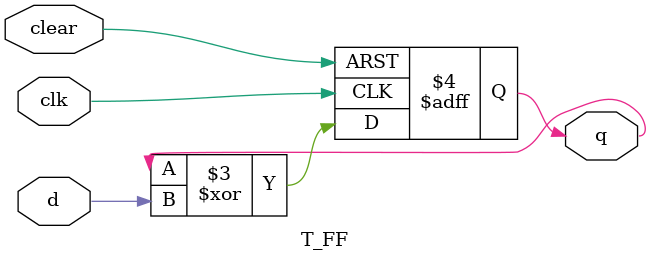
<source format=v>
module part3(SW,KEY,HEX0,HEX1);
	input [0:0]KEY;
	input [1:0]SW;
	output [6:0]HEX0,HEX1;
	wire [7:0]Q;
	T_FF t0(SW[0],KEY[0],SW[1],Q[0]);
	T_FF t1(SW[0],KEY[0],SW[1]&Q[0],Q[1]);
	T_FF t2(SW[0],KEY[0],SW[1]&Q[0]&Q[1],Q[2]);
	T_FF t3(SW[0],KEY[0],SW[1]&Q[0]&Q[1]&Q[2],Q[3]);
	T_FF t4(SW[0],KEY[0],SW[1]&Q[0]&Q[1]&Q[2]&Q[3],Q[4]);
	T_FF t5(SW[0],KEY[0],SW[1]&Q[0]&Q[1]&Q[2]&Q[3]&Q[4],Q[5]);
	T_FF t6(SW[0],KEY[0],SW[1]&Q[0]&Q[1]&Q[2]&Q[3]&Q[4]&Q[5],Q[6]);
	T_FF t7(SW[0],KEY[0],SW[1]&Q[0]&Q[1]&Q[2]&Q[3]&Q[4]&Q[5]&Q[6],Q[7]);
	hexdisplay h0(Q[3:0],HEX0[6:0]);
	hexdisplay h1(Q[7:4],HEX1[6:0]);
endmodule

module T_FF(clear,clk,d,q);
	input d,clear,clk;
	output reg q;
	always@(posedge clk, negedge clear)
	begin
		if(~clear)
			q <= 1'b0;
		else
			q <= q ^ d;
	end
endmodule
</source>
